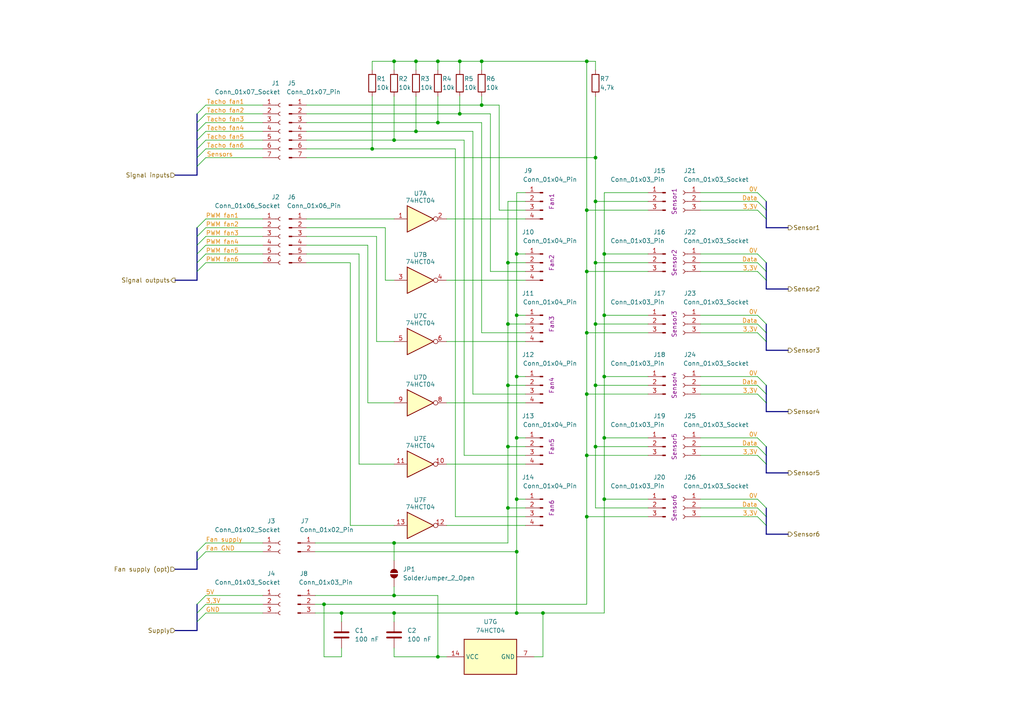
<source format=kicad_sch>
(kicad_sch (version 20231120) (generator "eeschema") (generator_version "8.0")
  (paper "A4")
  (lib_symbols
    (symbol "74xx:74HCT04"
      (property "Reference" "U" (at 0 1.27 0))
      (property "Value" "74HCT04" (at 0 -1.27 0))
      (symbol "74HCT04_1_0"
        (polyline (pts (xy -3.81 3.81) (xy -3.81 -3.81) (xy 3.81 0) (xy -3.81 3.81)) (stroke (width 0.254)) (fill (type background)))
        (pin input line (at -7.62 0 0) (length 3.81) (name "~") (number "1"))
        (pin output inverted (at 7.62 0 180) (length 3.81) (name "~") (number "2"))
      )
      (symbol "74HCT04_2_0"
        (polyline (pts (xy -3.81 3.81) (xy -3.81 -3.81) (xy 3.81 0) (xy -3.81 3.81)) (stroke (width 0.254)) (fill (type background)))
        (pin input line (at -7.62 0 0) (length 3.81) (name "~") (number "3"))
        (pin output inverted (at 7.62 0 180) (length 3.81) (name "~") (number "4"))
      )
      (symbol "74HCT04_3_0"
        (polyline (pts (xy -3.81 3.81) (xy -3.81 -3.81) (xy 3.81 0) (xy -3.81 3.81)) (stroke (width 0.254)) (fill (type background)))
        (pin input line (at -7.62 0 0) (length 3.81) (name "~") (number "5"))
        (pin output inverted (at 7.62 0 180) (length 3.81) (name "~") (number "6"))
      )
      (symbol "74HCT04_4_0"
        (polyline (pts (xy -3.81 3.81) (xy -3.81 -3.81) (xy 3.81 0) (xy -3.81 3.81)) (stroke (width 0.254)) (fill (type background)))
        (pin output inverted (at 7.62 0 180) (length 3.81) (name "~") (number "8"))
        (pin input line (at -7.62 0 0) (length 3.81) (name "~") (number "9"))
      )
      (symbol "74HCT04_5_0"
        (polyline (pts (xy -3.81 3.81) (xy -3.81 -3.81) (xy 3.81 0) (xy -3.81 3.81)) (stroke (width 0.254)) (fill (type background)))
        (pin output inverted (at 7.62 0 180) (length 3.81) (name "~") (number "10"))
        (pin input line (at -7.62 0 0) (length 3.81) (name "~") (number "11"))
      )
      (symbol "74HCT04_6_0"
        (polyline (pts (xy -3.81 3.81) (xy -3.81 -3.81) (xy 3.81 0) (xy -3.81 3.81)) (stroke (width 0.254)) (fill (type background)))
        (pin output inverted (at 7.62 0 180) (length 3.81) (name "~") (number "12"))
        (pin input line (at -7.62 0 0) (length 3.81) (name "~") (number "13"))
      )
      (symbol "74HCT04_7_0"
        (pin power_in line (at 0 12.7 270) (length 5.08) (name "VCC") (number "14"))
        (pin power_in line (at 0 -12.7 90) (length 5.08) (name "GND") (number "7"))
      )
      (symbol "74HCT04_7_1"
        (rectangle (start -5.08 7.62) (end 5.08 -7.62) (stroke (width 0.254)) (fill (type background)))
      )
    )
    (symbol "Connector:Conn_01x02_Pin" (pin_names (offset 1.016) hide)
      (property "Reference" "J" (at 0 2.54 0))
      (property "Value" "Conn_01x02_Pin" (at 0 -5.08 0))
      (symbol "Conn_01x02_Pin_1_1"
        (polyline (pts (xy 1.27 -2.54) (xy 0.8636 -2.54)) (stroke (width 0.1524)))
        (polyline (pts (xy 1.27 0) (xy 0.8636 0)) (stroke (width 0.1524)))
        (rectangle (start 0.8636 -2.413) (end 0 -2.667) (stroke (width 0.1524)) (fill (type outline)))
        (rectangle (start 0.8636 0.127) (end 0 -0.127) (stroke (width 0.1524)) (fill (type outline)))
        (pin passive line (at 5.08 0 180) (length 3.81) (name "Pin_1") (number "1"))
        (pin passive line (at 5.08 -2.54 180) (length 3.81) (name "Pin_2") (number "2"))
      )
    )
    (symbol "Connector:Conn_01x02_Socket" (pin_names (offset 1.016) hide)
      (property "Reference" "J" (at 0 2.54 0))
      (property "Value" "Conn_01x02_Socket" (at 0 -5.08 0))
      (symbol "Conn_01x02_Socket_1_1"
        (arc (start 0 -2.032) (mid -0.5058 -2.54) (end 0 -3.048) (stroke (width 0.1524)))
        (polyline (pts (xy -1.27 -2.54) (xy -0.508 -2.54)) (stroke (width 0.1524)))
        (polyline (pts (xy -1.27 0) (xy -0.508 0)) (stroke (width 0.1524)))
        (arc (start 0 0.508) (mid -0.5058 0) (end 0 -0.508) (stroke (width 0.1524)))
        (pin passive line (at -5.08 0 0) (length 3.81) (name "Pin_1") (number "1"))
        (pin passive line (at -5.08 -2.54 0) (length 3.81) (name "Pin_2") (number "2"))
      )
    )
    (symbol "Connector:Conn_01x03_Pin" (pin_names (offset 1.016) hide)
      (property "Reference" "J" (at 0 5.08 0))
      (property "Value" "Conn_01x03_Pin" (at 0 -5.08 0))
      (symbol "Conn_01x03_Pin_1_1"
        (polyline (pts (xy 1.27 -2.54) (xy 0.8636 -2.54)) (stroke (width 0.1524)))
        (polyline (pts (xy 1.27 0) (xy 0.8636 0)) (stroke (width 0.1524)))
        (polyline (pts (xy 1.27 2.54) (xy 0.8636 2.54)) (stroke (width 0.1524)))
        (rectangle (start 0.8636 -2.413) (end 0 -2.667) (stroke (width 0.1524)) (fill (type outline)))
        (rectangle (start 0.8636 0.127) (end 0 -0.127) (stroke (width 0.1524)) (fill (type outline)))
        (rectangle (start 0.8636 2.667) (end 0 2.413) (stroke (width 0.1524)) (fill (type outline)))
        (pin passive line (at 5.08 2.54 180) (length 3.81) (name "Pin_1") (number "1"))
        (pin passive line (at 5.08 0 180) (length 3.81) (name "Pin_2") (number "2"))
        (pin passive line (at 5.08 -2.54 180) (length 3.81) (name "Pin_3") (number "3"))
      )
    )
    (symbol "Connector:Conn_01x03_Socket" (pin_names (offset 1.016) hide)
      (property "Reference" "J" (at 0 5.08 0))
      (property "Value" "Conn_01x03_Socket" (at 0 -5.08 0))
      (symbol "Conn_01x03_Socket_1_1"
        (arc (start 0 -2.032) (mid -0.5058 -2.54) (end 0 -3.048) (stroke (width 0.1524)))
        (polyline (pts (xy -1.27 -2.54) (xy -0.508 -2.54)) (stroke (width 0.1524)))
        (polyline (pts (xy -1.27 0) (xy -0.508 0)) (stroke (width 0.1524)))
        (polyline (pts (xy -1.27 2.54) (xy -0.508 2.54)) (stroke (width 0.1524)))
        (arc (start 0 0.508) (mid -0.5058 0) (end 0 -0.508) (stroke (width 0.1524)))
        (arc (start 0 3.048) (mid -0.5058 2.54) (end 0 2.032) (stroke (width 0.1524)))
        (pin passive line (at -5.08 2.54 0) (length 3.81) (name "Pin_1") (number "1"))
        (pin passive line (at -5.08 0 0) (length 3.81) (name "Pin_2") (number "2"))
        (pin passive line (at -5.08 -2.54 0) (length 3.81) (name "Pin_3") (number "3"))
      )
    )
    (symbol "Connector:Conn_01x04_Pin" (pin_names (offset 1.016) hide)
      (property "Reference" "J" (at 0 5.08 0))
      (property "Value" "Conn_01x04_Pin" (at 0 -7.62 0))
      (symbol "Conn_01x04_Pin_1_1"
        (polyline (pts (xy 1.27 -5.08) (xy 0.8636 -5.08)) (stroke (width 0.1524)))
        (polyline (pts (xy 1.27 -2.54) (xy 0.8636 -2.54)) (stroke (width 0.1524)))
        (polyline (pts (xy 1.27 0) (xy 0.8636 0)) (stroke (width 0.1524)))
        (polyline (pts (xy 1.27 2.54) (xy 0.8636 2.54)) (stroke (width 0.1524)))
        (rectangle (start 0.8636 -4.953) (end 0 -5.207) (stroke (width 0.1524)) (fill (type outline)))
        (rectangle (start 0.8636 -2.413) (end 0 -2.667) (stroke (width 0.1524)) (fill (type outline)))
        (rectangle (start 0.8636 0.127) (end 0 -0.127) (stroke (width 0.1524)) (fill (type outline)))
        (rectangle (start 0.8636 2.667) (end 0 2.413) (stroke (width 0.1524)) (fill (type outline)))
        (pin passive line (at 5.08 2.54 180) (length 3.81) (name "Pin_1") (number "1"))
        (pin passive line (at 5.08 0 180) (length 3.81) (name "Pin_2") (number "2"))
        (pin passive line (at 5.08 -2.54 180) (length 3.81) (name "Pin_3") (number "3"))
        (pin passive line (at 5.08 -5.08 180) (length 3.81) (name "Pin_4") (number "4"))
      )
    )
    (symbol "Connector:Conn_01x06_Pin" (pin_names (offset 1.016) hide)
      (property "Reference" "J" (at 0 7.62 0))
      (property "Value" "Conn_01x06_Pin" (at 0 -10.16 0))
      (symbol "Conn_01x06_Pin_1_1"
        (polyline (pts (xy 1.27 -7.62) (xy 0.8636 -7.62)) (stroke (width 0.1524)))
        (polyline (pts (xy 1.27 -5.08) (xy 0.8636 -5.08)) (stroke (width 0.1524)))
        (polyline (pts (xy 1.27 -2.54) (xy 0.8636 -2.54)) (stroke (width 0.1524)))
        (polyline (pts (xy 1.27 0) (xy 0.8636 0)) (stroke (width 0.1524)))
        (polyline (pts (xy 1.27 2.54) (xy 0.8636 2.54)) (stroke (width 0.1524)))
        (polyline (pts (xy 1.27 5.08) (xy 0.8636 5.08)) (stroke (width 0.1524)))
        (rectangle (start 0.8636 -7.493) (end 0 -7.747) (stroke (width 0.1524)) (fill (type outline)))
        (rectangle (start 0.8636 -4.953) (end 0 -5.207) (stroke (width 0.1524)) (fill (type outline)))
        (rectangle (start 0.8636 -2.413) (end 0 -2.667) (stroke (width 0.1524)) (fill (type outline)))
        (rectangle (start 0.8636 0.127) (end 0 -0.127) (stroke (width 0.1524)) (fill (type outline)))
        (rectangle (start 0.8636 2.667) (end 0 2.413) (stroke (width 0.1524)) (fill (type outline)))
        (rectangle (start 0.8636 5.207) (end 0 4.953) (stroke (width 0.1524)) (fill (type outline)))
        (pin passive line (at 5.08 5.08 180) (length 3.81) (name "Pin_1") (number "1"))
        (pin passive line (at 5.08 2.54 180) (length 3.81) (name "Pin_2") (number "2"))
        (pin passive line (at 5.08 0 180) (length 3.81) (name "Pin_3") (number "3"))
        (pin passive line (at 5.08 -2.54 180) (length 3.81) (name "Pin_4") (number "4"))
        (pin passive line (at 5.08 -5.08 180) (length 3.81) (name "Pin_5") (number "5"))
        (pin passive line (at 5.08 -7.62 180) (length 3.81) (name "Pin_6") (number "6"))
      )
    )
    (symbol "Connector:Conn_01x06_Socket" (pin_names (offset 1.016) hide)
      (property "Reference" "J" (at 0 7.62 0))
      (property "Value" "Conn_01x06_Socket" (at 0 -10.16 0))
      (symbol "Conn_01x06_Socket_1_1"
        (arc (start 0 -7.112) (mid -0.5058 -7.62) (end 0 -8.128) (stroke (width 0.1524)))
        (arc (start 0 -4.572) (mid -0.5058 -5.08) (end 0 -5.588) (stroke (width 0.1524)))
        (arc (start 0 -2.032) (mid -0.5058 -2.54) (end 0 -3.048) (stroke (width 0.1524)))
        (polyline (pts (xy -1.27 -7.62) (xy -0.508 -7.62)) (stroke (width 0.1524)))
        (polyline (pts (xy -1.27 -5.08) (xy -0.508 -5.08)) (stroke (width 0.1524)))
        (polyline (pts (xy -1.27 -2.54) (xy -0.508 -2.54)) (stroke (width 0.1524)))
        (polyline (pts (xy -1.27 0) (xy -0.508 0)) (stroke (width 0.1524)))
        (polyline (pts (xy -1.27 2.54) (xy -0.508 2.54)) (stroke (width 0.1524)))
        (polyline (pts (xy -1.27 5.08) (xy -0.508 5.08)) (stroke (width 0.1524)))
        (arc (start 0 0.508) (mid -0.5058 0) (end 0 -0.508) (stroke (width 0.1524)))
        (arc (start 0 3.048) (mid -0.5058 2.54) (end 0 2.032) (stroke (width 0.1524)))
        (arc (start 0 5.588) (mid -0.5058 5.08) (end 0 4.572) (stroke (width 0.1524)))
        (pin passive line (at -5.08 5.08 0) (length 3.81) (name "Pin_1") (number "1"))
        (pin passive line (at -5.08 2.54 0) (length 3.81) (name "Pin_2") (number "2"))
        (pin passive line (at -5.08 0 0) (length 3.81) (name "Pin_3") (number "3"))
        (pin passive line (at -5.08 -2.54 0) (length 3.81) (name "Pin_4") (number "4"))
        (pin passive line (at -5.08 -5.08 0) (length 3.81) (name "Pin_5") (number "5"))
        (pin passive line (at -5.08 -7.62 0) (length 3.81) (name "Pin_6") (number "6"))
      )
    )
    (symbol "Connector:Conn_01x07_Pin" (pin_names (offset 1.016) hide)
      (property "Reference" "J" (at 0 10.16 0))
      (property "Value" "Conn_01x07_Pin" (at 0 -10.16 0))
      (symbol "Conn_01x07_Pin_1_1"
        (polyline (pts (xy 1.27 -7.62) (xy 0.8636 -7.62)) (stroke (width 0.1524)))
        (polyline (pts (xy 1.27 -5.08) (xy 0.8636 -5.08)) (stroke (width 0.1524)))
        (polyline (pts (xy 1.27 -2.54) (xy 0.8636 -2.54)) (stroke (width 0.1524)))
        (polyline (pts (xy 1.27 0) (xy 0.8636 0)) (stroke (width 0.1524)))
        (polyline (pts (xy 1.27 2.54) (xy 0.8636 2.54)) (stroke (width 0.1524)))
        (polyline (pts (xy 1.27 5.08) (xy 0.8636 5.08)) (stroke (width 0.1524)))
        (polyline (pts (xy 1.27 7.62) (xy 0.8636 7.62)) (stroke (width 0.1524)))
        (rectangle (start 0.8636 -7.493) (end 0 -7.747) (stroke (width 0.1524)) (fill (type outline)))
        (rectangle (start 0.8636 -4.953) (end 0 -5.207) (stroke (width 0.1524)) (fill (type outline)))
        (rectangle (start 0.8636 -2.413) (end 0 -2.667) (stroke (width 0.1524)) (fill (type outline)))
        (rectangle (start 0.8636 0.127) (end 0 -0.127) (stroke (width 0.1524)) (fill (type outline)))
        (rectangle (start 0.8636 2.667) (end 0 2.413) (stroke (width 0.1524)) (fill (type outline)))
        (rectangle (start 0.8636 5.207) (end 0 4.953) (stroke (width 0.1524)) (fill (type outline)))
        (rectangle (start 0.8636 7.747) (end 0 7.493) (stroke (width 0.1524)) (fill (type outline)))
        (pin passive line (at 5.08 7.62 180) (length 3.81) (name "Pin_1") (number "1"))
        (pin passive line (at 5.08 5.08 180) (length 3.81) (name "Pin_2") (number "2"))
        (pin passive line (at 5.08 2.54 180) (length 3.81) (name "Pin_3") (number "3"))
        (pin passive line (at 5.08 0 180) (length 3.81) (name "Pin_4") (number "4"))
        (pin passive line (at 5.08 -2.54 180) (length 3.81) (name "Pin_5") (number "5"))
        (pin passive line (at 5.08 -5.08 180) (length 3.81) (name "Pin_6") (number "6"))
        (pin passive line (at 5.08 -7.62 180) (length 3.81) (name "Pin_7") (number "7"))
      )
    )
    (symbol "Connector:Conn_01x07_Socket" (pin_names (offset 1.016) hide)
      (property "Reference" "J" (at 0 10.16 0))
      (property "Value" "Conn_01x07_Socket" (at 0 -10.16 0))
      (symbol "Conn_01x07_Socket_1_1"
        (arc (start 0 -7.112) (mid -0.5058 -7.62) (end 0 -8.128) (stroke (width 0.1524)))
        (arc (start 0 -4.572) (mid -0.5058 -5.08) (end 0 -5.588) (stroke (width 0.1524)))
        (arc (start 0 -2.032) (mid -0.5058 -2.54) (end 0 -3.048) (stroke (width 0.1524)))
        (polyline (pts (xy -1.27 -7.62) (xy -0.508 -7.62)) (stroke (width 0.1524)))
        (polyline (pts (xy -1.27 -5.08) (xy -0.508 -5.08)) (stroke (width 0.1524)))
        (polyline (pts (xy -1.27 -2.54) (xy -0.508 -2.54)) (stroke (width 0.1524)))
        (polyline (pts (xy -1.27 0) (xy -0.508 0)) (stroke (width 0.1524)))
        (polyline (pts (xy -1.27 2.54) (xy -0.508 2.54)) (stroke (width 0.1524)))
        (polyline (pts (xy -1.27 5.08) (xy -0.508 5.08)) (stroke (width 0.1524)))
        (polyline (pts (xy -1.27 7.62) (xy -0.508 7.62)) (stroke (width 0.1524)))
        (arc (start 0 0.508) (mid -0.5058 0) (end 0 -0.508) (stroke (width 0.1524)))
        (arc (start 0 3.048) (mid -0.5058 2.54) (end 0 2.032) (stroke (width 0.1524)))
        (arc (start 0 5.588) (mid -0.5058 5.08) (end 0 4.572) (stroke (width 0.1524)))
        (arc (start 0 8.128) (mid -0.5058 7.62) (end 0 7.112) (stroke (width 0.1524)))
        (pin passive line (at -5.08 7.62 0) (length 3.81) (name "Pin_1") (number "1"))
        (pin passive line (at -5.08 5.08 0) (length 3.81) (name "Pin_2") (number "2"))
        (pin passive line (at -5.08 2.54 0) (length 3.81) (name "Pin_3") (number "3"))
        (pin passive line (at -5.08 0 0) (length 3.81) (name "Pin_4") (number "4"))
        (pin passive line (at -5.08 -2.54 0) (length 3.81) (name "Pin_5") (number "5"))
        (pin passive line (at -5.08 -5.08 0) (length 3.81) (name "Pin_6") (number "6"))
        (pin passive line (at -5.08 -7.62 0) (length 3.81) (name "Pin_7") (number "7"))
      )
    )
    (symbol "Device:C" (pin_numbers hide) (pin_names (offset 0.254))
      (property "Reference" "C" (at 0.635 2.54 0))
      (property "Value" "C" (at 0.635 -2.54 0))
      (symbol "C_0_1"
        (polyline (pts (xy -2.032 -0.762) (xy 2.032 -0.762)) (stroke (width 0.508)))
        (polyline (pts (xy -2.032 0.762) (xy 2.032 0.762)) (stroke (width 0.508)))
      )
      (symbol "C_1_1"
        (pin passive line (at 0 3.81 270) (length 2.794) (name "~") (number "1"))
        (pin passive line (at 0 -3.81 90) (length 2.794) (name "~") (number "2"))
      )
    )
    (symbol "Device:R" (pin_numbers hide) (pin_names (offset 0))
      (property "Reference" "R" (at 2.032 0 90))
      (property "Value" "R" (at 0 0 90))
      (symbol "R_0_1"
        (rectangle (start -1.016 -2.54) (end 1.016 2.54) (stroke (width 0.254)))
      )
      (symbol "R_1_1"
        (pin passive line (at 0 3.81 270) (length 1.27) (name "~") (number "1"))
        (pin passive line (at 0 -3.81 90) (length 1.27) (name "~") (number "2"))
      )
    )
    (symbol "Jumper:SolderJumper_2_Open" (pin_numbers hide) (pin_names (offset 0) hide) (exclude_from_sim yes) (in_bom no)
      (property "Reference" "JP" (at 0 2.032 0))
      (property "Value" "SolderJumper_2_Open" (at 0 -2.54 0))
      (symbol "SolderJumper_2_Open_0_1"
        (arc (start -0.254 1.016) (mid -1.2656 0) (end -0.254 -1.016))
        (arc (start -0.254 1.016) (mid -1.2656 0) (end -0.254 -1.016) (fill (type outline)))
        (polyline (pts (xy -0.254 1.016) (xy -0.254 -1.016)))
        (polyline (pts (xy 0.254 1.016) (xy 0.254 -1.016)))
        (arc (start 0.254 -1.016) (mid 1.2656 0) (end 0.254 1.016))
        (arc (start 0.254 -1.016) (mid 1.2656 0) (end 0.254 1.016) (fill (type outline)))
      )
      (symbol "SolderJumper_2_Open_1_1"
        (pin passive line (at -3.81 0 0) (length 2.54) (name "A") (number "1"))
        (pin passive line (at 3.81 0 180) (length 2.54) (name "B") (number "2"))
      )
    )
  )
  (junction (at 170.18 17.78))
  (junction (at 149.86 109.22))
  (junction (at 133.35 17.78))
  (junction (at 93.98 175.26))
  (junction (at 127 190.5))
  (junction (at 175.26 73.66))
  (junction (at 114.3 172.72))
  (junction (at 157.48 177.8))
  (junction (at 127 17.78))
  (junction (at 170.18 132.08))
  (junction (at 147.32 129.54))
  (junction (at 170.18 60.96))
  (junction (at 139.7 30.48))
  (junction (at 114.3 17.78))
  (junction (at 170.18 96.52))
  (junction (at 133.35 33.02))
  (junction (at 147.32 111.76))
  (junction (at 99.06 177.8))
  (junction (at 149.86 160.02))
  (junction (at 147.32 76.2))
  (junction (at 149.86 91.44))
  (junction (at 149.86 73.66))
  (junction (at 175.26 144.78))
  (junction (at 172.72 93.98))
  (junction (at 175.26 109.22))
  (junction (at 120.65 38.1))
  (junction (at 172.72 111.76))
  (junction (at 139.7 17.78))
  (junction (at 149.86 127))
  (junction (at 114.3 177.8))
  (junction (at 149.86 144.78))
  (junction (at 107.95 43.18))
  (junction (at 175.26 127))
  (junction (at 170.18 78.74))
  (junction (at 172.72 129.54))
  (junction (at 172.72 45.72))
  (junction (at 175.26 91.44))
  (junction (at 147.32 93.98))
  (junction (at 127 35.56))
  (junction (at 114.3 40.64))
  (junction (at 120.65 17.78))
  (junction (at 170.18 149.86))
  (junction (at 172.72 58.42))
  (junction (at 170.18 114.3))
  (junction (at 114.3 157.48))
  (junction (at 149.86 177.8))
  (junction (at 147.32 147.32))
  (junction (at 172.72 76.2))
  (bus_entry (at 222.25 147.32) (size -2.54 -2.54))
  (bus_entry (at 222.25 116.84) (size -2.54 -2.54))
  (bus_entry (at 57.15 40.64) (size 2.54 -2.54))
  (bus_entry (at 222.25 78.74) (size -2.54 -2.54))
  (bus_entry (at 222.25 129.54) (size -2.54 -2.54))
  (bus_entry (at 57.15 78.74) (size 2.54 -2.54))
  (bus_entry (at 222.25 60.96) (size -2.54 -2.54))
  (bus_entry (at 57.15 160.02) (size 2.54 -2.54))
  (bus_entry (at 222.25 63.5) (size -2.54 -2.54))
  (bus_entry (at 222.25 111.76) (size -2.54 -2.54))
  (bus_entry (at 222.25 152.4) (size -2.54 -2.54))
  (bus_entry (at 57.15 43.18) (size 2.54 -2.54))
  (bus_entry (at 57.15 68.58) (size 2.54 -2.54))
  (bus_entry (at 57.15 33.02) (size 2.54 -2.54))
  (bus_entry (at 222.25 149.86) (size -2.54 -2.54))
  (bus_entry (at 57.15 48.26) (size 2.54 -2.54))
  (bus_entry (at 222.25 132.08) (size -2.54 -2.54))
  (bus_entry (at 57.15 66.04) (size 2.54 -2.54))
  (bus_entry (at 57.15 177.8) (size 2.54 -2.54))
  (bus_entry (at 222.25 58.42) (size -2.54 -2.54))
  (bus_entry (at 57.15 180.34) (size 2.54 -2.54))
  (bus_entry (at 57.15 71.12) (size 2.54 -2.54))
  (bus_entry (at 222.25 81.28) (size -2.54 -2.54))
  (bus_entry (at 222.25 76.2) (size -2.54 -2.54))
  (bus_entry (at 57.15 35.56) (size 2.54 -2.54))
  (bus_entry (at 222.25 114.3) (size -2.54 -2.54))
  (bus_entry (at 222.25 93.98) (size -2.54 -2.54))
  (bus_entry (at 57.15 45.72) (size 2.54 -2.54))
  (bus_entry (at 57.15 76.2) (size 2.54 -2.54))
  (bus_entry (at 57.15 73.66) (size 2.54 -2.54))
  (bus_entry (at 222.25 99.06) (size -2.54 -2.54))
  (bus_entry (at 57.15 38.1) (size 2.54 -2.54))
  (bus_entry (at 57.15 162.56) (size 2.54 -2.54))
  (bus_entry (at 222.25 134.62) (size -2.54 -2.54))
  (bus_entry (at 57.15 175.26) (size 2.54 -2.54))
  (bus_entry (at 222.25 96.52) (size -2.54 -2.54))
  (bus (pts (xy 57.15 38.1) (xy 57.15 40.64)))
  (wire (pts (xy 88.9 68.58) (xy 109.22 68.58)))
  (wire (pts (xy 219.71 127) (xy 203.2 127)))
  (wire (pts (xy 157.48 177.8) (xy 175.26 177.8)))
  (wire (pts (xy 93.98 175.26) (xy 170.18 175.26)))
  (wire (pts (xy 219.71 60.96) (xy 203.2 60.96)))
  (wire (pts (xy 172.72 111.76) (xy 172.72 129.54)))
  (wire (pts (xy 154.94 190.5) (xy 157.48 190.5)))
  (wire (pts (xy 129.54 99.06) (xy 152.4 99.06)))
  (bus (pts (xy 222.25 63.5) (xy 222.25 66.04)))
  (bus (pts (xy 228.6 154.94) (xy 222.25 154.94)))
  (wire (pts (xy 147.32 111.76) (xy 147.32 93.98)))
  (wire (pts (xy 129.54 152.4) (xy 152.4 152.4)))
  (bus (pts (xy 222.25 116.84) (xy 222.25 119.38)))
  (wire (pts (xy 59.69 177.8) (xy 76.2 177.8)))
  (wire (pts (xy 172.72 76.2) (xy 172.72 93.98)))
  (bus (pts (xy 57.15 68.58) (xy 57.15 71.12)))
  (wire (pts (xy 59.69 71.12) (xy 76.2 71.12)))
  (wire (pts (xy 139.7 17.78) (xy 139.7 20.32)))
  (wire (pts (xy 127 35.56) (xy 88.9 35.56)))
  (bus (pts (xy 222.25 129.54) (xy 222.25 132.08)))
  (bus (pts (xy 222.25 60.96) (xy 222.25 63.5)))
  (wire (pts (xy 219.71 109.22) (xy 203.2 109.22)))
  (wire (pts (xy 59.69 63.5) (xy 76.2 63.5)))
  (wire (pts (xy 107.95 27.94) (xy 107.95 43.18)))
  (wire (pts (xy 59.69 35.56) (xy 76.2 35.56)))
  (wire (pts (xy 149.86 55.88) (xy 152.4 55.88)))
  (bus (pts (xy 222.25 147.32) (xy 222.25 149.86)))
  (wire (pts (xy 114.3 152.4) (xy 101.6 152.4)))
  (wire (pts (xy 120.65 27.94) (xy 120.65 38.1)))
  (bus (pts (xy 222.25 132.08) (xy 222.25 134.62)))
  (wire (pts (xy 59.69 160.02) (xy 76.2 160.02)))
  (wire (pts (xy 175.26 73.66) (xy 175.26 55.88)))
  (wire (pts (xy 114.3 172.72) (xy 91.44 172.72)))
  (wire (pts (xy 127 190.5) (xy 129.54 190.5)))
  (bus (pts (xy 57.15 43.18) (xy 57.15 45.72)))
  (wire (pts (xy 219.71 93.98) (xy 203.2 93.98)))
  (wire (pts (xy 170.18 132.08) (xy 170.18 114.3)))
  (bus (pts (xy 57.15 162.56) (xy 57.15 165.1)))
  (wire (pts (xy 59.69 66.04) (xy 76.2 66.04)))
  (wire (pts (xy 59.69 33.02) (xy 76.2 33.02)))
  (bus (pts (xy 57.15 35.56) (xy 57.15 38.1)))
  (wire (pts (xy 170.18 96.52) (xy 187.96 96.52)))
  (wire (pts (xy 127 27.94) (xy 127 35.56)))
  (wire (pts (xy 127 190.5) (xy 127 172.72)))
  (wire (pts (xy 99.06 177.8) (xy 114.3 177.8)))
  (bus (pts (xy 222.25 76.2) (xy 222.25 78.74)))
  (wire (pts (xy 149.86 127) (xy 149.86 109.22)))
  (wire (pts (xy 88.9 73.66) (xy 104.14 73.66)))
  (wire (pts (xy 219.71 96.52) (xy 203.2 96.52)))
  (wire (pts (xy 127 172.72) (xy 114.3 172.72)))
  (wire (pts (xy 101.6 76.2) (xy 88.9 76.2)))
  (wire (pts (xy 147.32 111.76) (xy 152.4 111.76)))
  (wire (pts (xy 170.18 96.52) (xy 170.18 78.74)))
  (wire (pts (xy 170.18 78.74) (xy 187.96 78.74)))
  (wire (pts (xy 170.18 175.26) (xy 170.18 149.86)))
  (bus (pts (xy 57.15 177.8) (xy 57.15 180.34)))
  (wire (pts (xy 127 17.78) (xy 127 20.32)))
  (wire (pts (xy 107.95 17.78) (xy 114.3 17.78)))
  (wire (pts (xy 187.96 149.86) (xy 170.18 149.86)))
  (wire (pts (xy 59.69 38.1) (xy 76.2 38.1)))
  (wire (pts (xy 134.62 132.08) (xy 134.62 40.64)))
  (bus (pts (xy 50.8 50.8) (xy 57.15 50.8)))
  (wire (pts (xy 114.3 40.64) (xy 134.62 40.64)))
  (wire (pts (xy 147.32 147.32) (xy 147.32 129.54)))
  (bus (pts (xy 57.15 76.2) (xy 57.15 78.74)))
  (wire (pts (xy 172.72 58.42) (xy 172.72 45.72)))
  (wire (pts (xy 101.6 152.4) (xy 101.6 76.2)))
  (wire (pts (xy 175.26 127) (xy 175.26 109.22)))
  (wire (pts (xy 152.4 60.96) (xy 144.78 60.96)))
  (wire (pts (xy 132.08 149.86) (xy 152.4 149.86)))
  (wire (pts (xy 187.96 93.98) (xy 172.72 93.98)))
  (wire (pts (xy 175.26 109.22) (xy 187.96 109.22)))
  (bus (pts (xy 50.8 182.88) (xy 57.15 182.88)))
  (wire (pts (xy 152.4 147.32) (xy 147.32 147.32)))
  (wire (pts (xy 91.44 160.02) (xy 149.86 160.02)))
  (wire (pts (xy 175.26 144.78) (xy 175.26 127)))
  (wire (pts (xy 147.32 58.42) (xy 152.4 58.42)))
  (bus (pts (xy 222.25 93.98) (xy 222.25 96.52)))
  (wire (pts (xy 172.72 147.32) (xy 187.96 147.32)))
  (wire (pts (xy 114.3 190.5) (xy 127 190.5)))
  (wire (pts (xy 114.3 17.78) (xy 120.65 17.78)))
  (wire (pts (xy 114.3 187.96) (xy 114.3 190.5)))
  (bus (pts (xy 57.15 33.02) (xy 57.15 35.56)))
  (wire (pts (xy 142.24 33.02) (xy 142.24 78.74)))
  (bus (pts (xy 57.15 66.04) (xy 57.15 68.58)))
  (wire (pts (xy 109.22 68.58) (xy 109.22 99.06)))
  (wire (pts (xy 88.9 45.72) (xy 172.72 45.72)))
  (wire (pts (xy 137.16 114.3) (xy 152.4 114.3)))
  (wire (pts (xy 142.24 78.74) (xy 152.4 78.74)))
  (wire (pts (xy 91.44 175.26) (xy 93.98 175.26)))
  (wire (pts (xy 114.3 157.48) (xy 147.32 157.48)))
  (wire (pts (xy 139.7 96.52) (xy 139.7 35.56)))
  (wire (pts (xy 172.72 58.42) (xy 172.72 76.2)))
  (wire (pts (xy 111.76 66.04) (xy 111.76 81.28)))
  (wire (pts (xy 152.4 144.78) (xy 149.86 144.78)))
  (wire (pts (xy 175.26 55.88) (xy 187.96 55.88)))
  (wire (pts (xy 170.18 78.74) (xy 170.18 60.96)))
  (wire (pts (xy 59.69 43.18) (xy 76.2 43.18)))
  (wire (pts (xy 114.3 170.18) (xy 114.3 172.72)))
  (wire (pts (xy 107.95 20.32) (xy 107.95 17.78)))
  (bus (pts (xy 222.25 99.06) (xy 222.25 101.6)))
  (wire (pts (xy 147.32 93.98) (xy 152.4 93.98)))
  (wire (pts (xy 139.7 30.48) (xy 144.78 30.48)))
  (bus (pts (xy 57.15 180.34) (xy 57.15 182.88)))
  (wire (pts (xy 170.18 132.08) (xy 187.96 132.08)))
  (wire (pts (xy 59.69 157.48) (xy 76.2 157.48)))
  (wire (pts (xy 149.86 127) (xy 152.4 127)))
  (wire (pts (xy 144.78 60.96) (xy 144.78 30.48)))
  (wire (pts (xy 120.65 17.78) (xy 120.65 20.32)))
  (wire (pts (xy 129.54 134.62) (xy 152.4 134.62)))
  (wire (pts (xy 114.3 177.8) (xy 149.86 177.8)))
  (wire (pts (xy 175.26 177.8) (xy 175.26 144.78)))
  (wire (pts (xy 219.71 111.76) (xy 203.2 111.76)))
  (wire (pts (xy 139.7 30.48) (xy 88.9 30.48)))
  (wire (pts (xy 59.69 172.72) (xy 76.2 172.72)))
  (wire (pts (xy 147.32 157.48) (xy 147.32 147.32)))
  (wire (pts (xy 129.54 116.84) (xy 152.4 116.84)))
  (wire (pts (xy 59.69 175.26) (xy 76.2 175.26)))
  (bus (pts (xy 50.8 81.28) (xy 57.15 81.28)))
  (wire (pts (xy 114.3 157.48) (xy 114.3 162.56)))
  (wire (pts (xy 219.71 129.54) (xy 203.2 129.54)))
  (wire (pts (xy 111.76 81.28) (xy 114.3 81.28)))
  (bus (pts (xy 222.25 114.3) (xy 222.25 116.84)))
  (wire (pts (xy 132.08 43.18) (xy 132.08 149.86)))
  (wire (pts (xy 219.71 55.88) (xy 203.2 55.88)))
  (wire (pts (xy 129.54 63.5) (xy 152.4 63.5)))
  (wire (pts (xy 175.26 127) (xy 187.96 127)))
  (wire (pts (xy 107.95 43.18) (xy 132.08 43.18)))
  (wire (pts (xy 152.4 96.52) (xy 139.7 96.52)))
  (wire (pts (xy 149.86 91.44) (xy 152.4 91.44)))
  (wire (pts (xy 172.72 17.78) (xy 170.18 17.78)))
  (bus (pts (xy 228.6 66.04) (xy 222.25 66.04)))
  (wire (pts (xy 147.32 129.54) (xy 152.4 129.54)))
  (wire (pts (xy 219.71 147.32) (xy 203.2 147.32)))
  (wire (pts (xy 91.44 157.48) (xy 114.3 157.48)))
  (wire (pts (xy 149.86 160.02) (xy 149.86 144.78)))
  (bus (pts (xy 57.15 73.66) (xy 57.15 76.2)))
  (wire (pts (xy 129.54 81.28) (xy 152.4 81.28)))
  (wire (pts (xy 149.86 109.22) (xy 149.86 91.44)))
  (wire (pts (xy 109.22 99.06) (xy 114.3 99.06)))
  (bus (pts (xy 57.15 160.02) (xy 57.15 162.56)))
  (wire (pts (xy 88.9 63.5) (xy 114.3 63.5)))
  (wire (pts (xy 114.3 17.78) (xy 114.3 20.32)))
  (wire (pts (xy 175.26 73.66) (xy 187.96 73.66)))
  (bus (pts (xy 57.15 48.26) (xy 57.15 50.8)))
  (wire (pts (xy 219.71 132.08) (xy 203.2 132.08)))
  (wire (pts (xy 187.96 76.2) (xy 172.72 76.2)))
  (wire (pts (xy 147.32 76.2) (xy 152.4 76.2)))
  (bus (pts (xy 57.15 45.72) (xy 57.15 48.26)))
  (wire (pts (xy 187.96 129.54) (xy 172.72 129.54)))
  (wire (pts (xy 127 17.78) (xy 133.35 17.78)))
  (wire (pts (xy 172.72 93.98) (xy 172.72 111.76)))
  (wire (pts (xy 170.18 149.86) (xy 170.18 132.08)))
  (wire (pts (xy 114.3 27.94) (xy 114.3 40.64)))
  (wire (pts (xy 175.26 109.22) (xy 175.26 91.44)))
  (wire (pts (xy 170.18 60.96) (xy 170.18 17.78)))
  (wire (pts (xy 172.72 20.32) (xy 172.72 17.78)))
  (wire (pts (xy 219.71 149.86) (xy 203.2 149.86)))
  (wire (pts (xy 104.14 134.62) (xy 114.3 134.62)))
  (bus (pts (xy 57.15 40.64) (xy 57.15 43.18)))
  (wire (pts (xy 59.69 40.64) (xy 76.2 40.64)))
  (wire (pts (xy 59.69 73.66) (xy 76.2 73.66)))
  (bus (pts (xy 228.6 83.82) (xy 222.25 83.82)))
  (bus (pts (xy 222.25 149.86) (xy 222.25 152.4)))
  (bus (pts (xy 57.15 71.12) (xy 57.15 73.66)))
  (bus (pts (xy 222.25 78.74) (xy 222.25 81.28)))
  (bus (pts (xy 222.25 81.28) (xy 222.25 83.82)))
  (wire (pts (xy 114.3 40.64) (xy 88.9 40.64)))
  (bus (pts (xy 228.6 101.6) (xy 222.25 101.6)))
  (bus (pts (xy 57.15 175.26) (xy 57.15 177.8)))
  (wire (pts (xy 149.86 160.02) (xy 149.86 177.8)))
  (wire (pts (xy 99.06 190.5) (xy 93.98 190.5)))
  (bus (pts (xy 228.6 119.38) (xy 222.25 119.38)))
  (wire (pts (xy 219.71 91.44) (xy 203.2 91.44)))
  (wire (pts (xy 99.06 187.96) (xy 99.06 190.5)))
  (wire (pts (xy 149.86 73.66) (xy 149.86 55.88)))
  (wire (pts (xy 149.86 177.8) (xy 157.48 177.8)))
  (wire (pts (xy 187.96 111.76) (xy 172.72 111.76)))
  (bus (pts (xy 222.25 111.76) (xy 222.25 114.3)))
  (bus (pts (xy 228.6 137.16) (xy 222.25 137.16)))
  (bus (pts (xy 222.25 152.4) (xy 222.25 154.94)))
  (wire (pts (xy 120.65 17.78) (xy 127 17.78)))
  (wire (pts (xy 219.71 58.42) (xy 203.2 58.42)))
  (wire (pts (xy 133.35 17.78) (xy 139.7 17.78)))
  (wire (pts (xy 149.86 144.78) (xy 149.86 127)))
  (wire (pts (xy 219.71 78.74) (xy 203.2 78.74)))
  (wire (pts (xy 114.3 116.84) (xy 106.68 116.84)))
  (wire (pts (xy 106.68 116.84) (xy 106.68 71.12)))
  (wire (pts (xy 170.18 114.3) (xy 187.96 114.3)))
  (wire (pts (xy 127 35.56) (xy 139.7 35.56)))
  (wire (pts (xy 147.32 93.98) (xy 147.32 76.2)))
  (wire (pts (xy 147.32 76.2) (xy 147.32 58.42)))
  (wire (pts (xy 88.9 38.1) (xy 120.65 38.1)))
  (bus (pts (xy 222.25 96.52) (xy 222.25 99.06)))
  (bus (pts (xy 57.15 78.74) (xy 57.15 81.28)))
  (wire (pts (xy 187.96 144.78) (xy 175.26 144.78)))
  (wire (pts (xy 59.69 45.72) (xy 76.2 45.72)))
  (wire (pts (xy 219.71 76.2) (xy 203.2 76.2)))
  (wire (pts (xy 219.71 144.78) (xy 203.2 144.78)))
  (wire (pts (xy 149.86 91.44) (xy 149.86 73.66)))
  (wire (pts (xy 219.71 73.66) (xy 203.2 73.66)))
  (wire (pts (xy 219.71 114.3) (xy 203.2 114.3)))
  (wire (pts (xy 147.32 129.54) (xy 147.32 111.76)))
  (wire (pts (xy 59.69 30.48) (xy 76.2 30.48)))
  (wire (pts (xy 91.44 177.8) (xy 99.06 177.8)))
  (wire (pts (xy 149.86 73.66) (xy 152.4 73.66)))
  (wire (pts (xy 137.16 38.1) (xy 137.16 114.3)))
  (wire (pts (xy 133.35 27.94) (xy 133.35 33.02)))
  (wire (pts (xy 133.35 33.02) (xy 142.24 33.02)))
  (wire (pts (xy 152.4 132.08) (xy 134.62 132.08)))
  (bus (pts (xy 222.25 58.42) (xy 222.25 60.96)))
  (wire (pts (xy 170.18 17.78) (xy 139.7 17.78)))
  (bus (pts (xy 222.25 134.62) (xy 222.25 137.16)))
  (bus (pts (xy 50.8 165.1) (xy 57.15 165.1)))
  (wire (pts (xy 120.65 38.1) (xy 137.16 38.1)))
  (wire (pts (xy 93.98 175.26) (xy 93.98 190.5)))
  (wire (pts (xy 133.35 17.78) (xy 133.35 20.32)))
  (wire (pts (xy 104.14 73.66) (xy 104.14 134.62)))
  (wire (pts (xy 88.9 66.04) (xy 111.76 66.04)))
  (wire (pts (xy 88.9 43.18) (xy 107.95 43.18)))
  (wire (pts (xy 59.69 68.58) (xy 76.2 68.58)))
  (wire (pts (xy 106.68 71.12) (xy 88.9 71.12)))
  (wire (pts (xy 170.18 114.3) (xy 170.18 96.52)))
  (wire (pts (xy 149.86 109.22) (xy 152.4 109.22)))
  (wire (pts (xy 157.48 177.8) (xy 157.48 190.5)))
  (wire (pts (xy 88.9 33.02) (xy 133.35 33.02)))
  (wire (pts (xy 172.72 27.94) (xy 172.72 45.72)))
  (wire (pts (xy 187.96 58.42) (xy 172.72 58.42)))
  (wire (pts (xy 59.69 76.2) (xy 76.2 76.2)))
  (wire (pts (xy 172.72 129.54) (xy 172.72 147.32)))
  (wire (pts (xy 99.06 177.8) (xy 99.06 180.34)))
  (wire (pts (xy 139.7 27.94) (xy 139.7 30.48)))
  (wire (pts (xy 170.18 60.96) (xy 187.96 60.96)))
  (wire (pts (xy 175.26 91.44) (xy 175.26 73.66)))
  (wire (pts (xy 114.3 177.8) (xy 114.3 180.34)))
  (wire (pts (xy 175.26 91.44) (xy 187.96 91.44)))
  (text "Fan GND" (at 59.69 159.258 0) (effects (font (size 1.27 1.27)) (justify left)))
  (text "0V" (at 219.71 108.458 0) (effects (font (size 1.27 1.27)) (justify right)))
  (text "PWM fan4" (at 59.69 70.358 0) (effects (font (size 1.27 1.27)) (justify left)))
  (text "0V" (at 219.71 126.238 0) (effects (font (size 1.27 1.27)) (justify right)))
  (text "0V" (at 219.71 90.678 0) (effects (font (size 1.27 1.27)) (justify right)))
  (text "GND" (at 59.69 177.038 0) (effects (font (size 1.27 1.27)) (justify left)))
  (text "PWM fan2" (at 59.69 65.278 0) (effects (font (size 1.27 1.27)) (justify left)))
  (text "Data" (at 219.71 75.438 0) (effects (font (size 1.27 1.27)) (justify right)))
  (text "Tacho fan3" (at 59.944 34.798 0) (effects (font (size 1.27 1.27)) (justify left)))
  (text "3,3V" (at 219.71 149.098 0) (effects (font (size 1.27 1.27)) (justify right)))
  (text "Data" (at 219.71 93.218 0) (effects (font (size 1.27 1.27)) (justify right)))
  (text "Sensors" (at 59.944 44.958 0) (effects (font (size 1.27 1.27)) (justify left)))
  (text "3,3V" (at 219.71 131.318 0) (effects (font (size 1.27 1.27)) (justify right)))
  (text "Data" (at 219.71 110.998 0) (effects (font (size 1.27 1.27)) (justify right)))
  (text "3,3V" (at 59.69 174.498 0) (effects (font (size 1.27 1.27)) (justify left)))
  (text "3,3V" (at 219.71 113.538 0) (effects (font (size 1.27 1.27)) (justify right)))
  (text "5V" (at 59.69 171.958 0) (effects (font (size 1.27 1.27)) (justify left)))
  (text "0V" (at 219.71 72.898 0) (effects (font (size 1.27 1.27)) (justify right)))
  (text "PWM fan5" (at 59.69 72.898 0) (effects (font (size 1.27 1.27)) (justify left)))
  (text "Data" (at 219.71 128.778 0) (effects (font (size 1.27 1.27)) (justify right)))
  (text "3,3V" (at 219.71 95.758 0) (effects (font (size 1.27 1.27)) (justify right)))
  (text "Tacho fan6" (at 59.944 42.418 0) (effects (font (size 1.27 1.27)) (justify left)))
  (text "Data" (at 219.71 146.558 0) (effects (font (size 1.27 1.27)) (justify right)))
  (text "0V" (at 219.71 55.118 0) (effects (font (size 1.27 1.27)) (justify right)))
  (text "0V" (at 219.71 144.018 0) (effects (font (size 1.27 1.27)) (justify right)))
  (text "Tacho fan4" (at 59.944 37.338 0) (effects (font (size 1.27 1.27)) (justify left)))
  (text "PWM fan6" (at 59.69 75.438 0) (effects (font (size 1.27 1.27)) (justify left)))
  (text "PWM fan1" (at 59.69 62.738 0) (effects (font (size 1.27 1.27)) (justify left)))
  (text "PWM fan3" (at 59.69 67.818 0) (effects (font (size 1.27 1.27)) (justify left)))
  (text "Tacho fan5" (at 59.944 39.878 0) (effects (font (size 1.27 1.27)) (justify left)))
  (text "Tacho fan2" (at 59.944 32.258 0) (effects (font (size 1.27 1.27)) (justify left)))
  (text "3,3V" (at 219.71 60.198 0) (effects (font (size 1.27 1.27)) (justify right)))
  (text "3,3V" (at 219.71 77.978 0) (effects (font (size 1.27 1.27)) (justify right)))
  (text "Tacho fan1" (at 59.944 29.718 0) (effects (font (size 1.27 1.27)) (justify left)))
  (text "Data" (at 219.71 57.658 0) (effects (font (size 1.27 1.27)) (justify right)))
  (text "Fan supply" (at 59.69 156.718 0) (effects (font (size 1.27 1.27)) (justify left)))
  (hierarchical_label "Sensor4" (shape output) (at 228.6 119.38 0))
  (hierarchical_label "Sensor3" (shape output) (at 228.6 101.6 0))
  (hierarchical_label "Signal inputs" (shape input) (at 50.8 50.8 180))
  (hierarchical_label "Sensor1" (shape output) (at 228.6 66.04 0))
  (hierarchical_label "Sensor5" (shape output) (at 228.6 137.16 0))
  (hierarchical_label "Sensor6" (shape output) (at 228.6 154.94 0))
  (hierarchical_label "Supply" (shape input) (at 50.8 182.88 180))
  (hierarchical_label "Sensor2" (shape output) (at 228.6 83.82 0))
  (hierarchical_label "Signal outputs" (shape output) (at 50.8 81.28 180))
  (hierarchical_label "Fan supply (opt)" (shape input) (at 50.8 165.1 180))
  (symbol (lib_id "74xx:74HCT04") (at 121.92 152.4 0) (unit 6)
    (property "Reference" "U7" (at 121.92 145.01 0))
    (property "Value" "74HCT04" (at 121.92 147.058 0))
    (property "Footprint" "Package_SO:TSSOP-14_4.4x5mm_P0.65mm" (effects (hide yes)))
    (property "Datasheet" "https://assets.nexperia.com/documents/data-sheet/74HC_HCT04.pdf" (effects (hide yes)))
  )
  (symbol (lib_id "Connector:Conn_01x07_Socket") (at 81.28 38.1 0) (unit 1)
    (property "Reference" "J1" (at 78.74 24.13 0) (effects (justify left)))
    (property "Value" "Conn_01x07_Socket" (at 62.23 26.67 0) (effects (justify left)))
    (property "Description" "Generic connector, single row, 01x07, script generated" (effects (hide yes)))
  )
  (symbol (lib_id "Connector:Conn_01x03_Pin") (at 193.04 58.42 0) (mirror y) (unit 1)
    (property "Reference" "J15" (at 191.262 49.53 0))
    (property "Value" "Conn_01x03_Pin" (at 184.912 52.07 0))
    (property "Footprint" "Connector_JST:JST_PH_B3B-PH-K_1x03_P2.00mm_Vertical" (effects (hide yes)))
    (property "Description" "Generic connector, single row, 01x03, script generated" (effects (hide yes)))
    (property "Usage " "Sensor1" (at 195.58 58.42 90))
  )
  (symbol (lib_id "Device:R") (at 114.3 24.13 0) (unit 1)
    (property "Reference" "R2" (at 115.57 22.86 0) (effects (justify left)))
    (property "Value" "10k" (at 115.57 25.4 0) (effects (justify left)))
    (property "Description" "Resistor" (effects (hide yes)))
  )
  (symbol (lib_id "Connector:Conn_01x03_Socket") (at 81.28 175.26 0) (unit 1)
    (property "Reference" "J4" (at 77.47 166.37 0) (effects (justify left)))
    (property "Value" "Conn_01x03_Socket" (at 62.23 168.91 0) (effects (justify left)))
    (property "Description" "Generic connector, single row, 01x03, script generated" (effects (hide yes)))
  )
  (symbol (lib_id "74xx:74HCT04") (at 142.24 190.5 90) (unit 7)
    (property "Reference" "U7" (at 142.24 180.34 90))
    (property "Value" "74HCT04" (at 142.24 182.88 90))
    (property "Footprint" "Package_SO:TSSOP-14_4.4x5mm_P0.65mm" (effects (hide yes)))
    (property "Datasheet" "https://assets.nexperia.com/documents/data-sheet/74HC_HCT04.pdf" (effects (hide yes)))
  )
  (symbol (lib_id "74xx:74HCT04") (at 121.92 81.28 0) (unit 2)
    (property "Reference" "U7" (at 121.92 73.89 0))
    (property "Value" "74HCT04" (at 121.92 75.938 0))
    (property "Footprint" "Package_SO:TSSOP-14_4.4x5mm_P0.65mm" (effects (hide yes)))
    (property "Datasheet" "https://assets.nexperia.com/documents/data-sheet/74HC_HCT04.pdf" (effects (hide yes)))
  )
  (symbol (lib_id "Connector:Conn_01x07_Pin") (at 83.82 38.1 0) (unit 1)
    (property "Reference" "J5" (at 84.582 24.13 0))
    (property "Value" "Conn_01x07_Pin" (at 90.932 26.67 0))
    (property "Footprint" "Connector_JST:JST_PH_B7B-PH-K_1x07_P2.00mm_Vertical" (effects (hide yes)))
    (property "Description" "Generic connector, single row, 01x07, script generated" (effects (hide yes)))
  )
  (symbol (lib_id "Connector:Conn_01x03_Pin") (at 193.04 93.98 0) (mirror y) (unit 1)
    (property "Reference" "J17" (at 191.262 85.09 0))
    (property "Value" "Conn_01x03_Pin" (at 184.912 87.63 0))
    (property "Footprint" "Connector_JST:JST_PH_B3B-PH-K_1x03_P2.00mm_Vertical" (effects (hide yes)))
    (property "Description" "Generic connector, single row, 01x03, script generated" (effects (hide yes)))
    (property "Usage " "Sensor3" (at 195.58 93.98 90))
  )
  (symbol (lib_id "Connector:Conn_01x03_Pin") (at 193.04 147.32 0) (mirror y) (unit 1)
    (property "Reference" "J20" (at 191.262 138.43 0))
    (property "Value" "Conn_01x03_Pin" (at 184.912 140.97 0))
    (property "Footprint" "Connector_JST:JST_PH_B3B-PH-K_1x03_P2.00mm_Vertical" (effects (hide yes)))
    (property "Description" "Generic connector, single row, 01x03, script generated" (effects (hide yes)))
    (property "Usage " "Sensor6" (at 195.58 147.32 90))
  )
  (symbol (lib_id "Connector:Conn_01x03_Socket") (at 198.12 129.54 0) (mirror y) (unit 1)
    (property "Reference" "J25" (at 201.93 120.65 0) (effects (justify left)))
    (property "Value" "Conn_01x03_Socket" (at 217.17 123.19 0) (effects (justify left)))
    (property "Description" "Generic connector, single row, 01x03, script generated" (effects (hide yes)))
  )
  (symbol (lib_id "Device:R") (at 120.65 24.13 0) (unit 1)
    (property "Reference" "R3" (at 121.92 22.86 0) (effects (justify left)))
    (property "Value" "10k" (at 121.92 25.4 0) (effects (justify left)))
    (property "Description" "Resistor" (effects (hide yes)))
  )
  (symbol (lib_id "Connector:Conn_01x03_Pin") (at 193.04 129.54 0) (mirror y) (unit 1)
    (property "Reference" "J19" (at 191.262 120.65 0))
    (property "Value" "Conn_01x03_Pin" (at 184.912 123.19 0))
    (property "Footprint" "Connector_JST:JST_PH_B3B-PH-K_1x03_P2.00mm_Vertical" (effects (hide yes)))
    (property "Description" "Generic connector, single row, 01x03, script generated" (effects (hide yes)))
    (property "Usage " "Sensor5" (at 195.58 129.54 90))
  )
  (symbol (lib_id "Connector:Conn_01x04_Pin") (at 157.48 147.32 0) (mirror y) (unit 1)
    (property "Reference" "J14" (at 153.162 138.43 0))
    (property "Value" "Conn_01x04_Pin" (at 159.512 140.97 0))
    (property "Footprint" "Connector_Molex:Molex_KK-254_AE-6410-04A_1x04_P2.54mm_Vertical" (effects (hide yes)))
    (property "Description" "Generic connector, single row, 01x04, script generated" (effects (hide yes)))
    (property "Usage" "Fan6" (at 160.02 147.32 90))
  )
  (symbol (lib_id "Device:R") (at 139.7 24.13 0) (unit 1)
    (property "Reference" "R6" (at 140.97 22.86 0) (effects (justify left)))
    (property "Value" "10k" (at 140.97 25.4 0) (effects (justify left)))
    (property "Description" "Resistor" (effects (hide yes)))
  )
  (symbol (lib_id "Connector:Conn_01x03_Socket") (at 198.12 58.42 0) (mirror y) (unit 1)
    (property "Reference" "J21" (at 201.93 49.53 0) (effects (justify left)))
    (property "Value" "Conn_01x03_Socket" (at 217.17 52.07 0) (effects (justify left)))
    (property "Description" "Generic connector, single row, 01x03, script generated" (effects (hide yes)))
  )
  (symbol (lib_id "Connector:Conn_01x03_Pin") (at 193.04 76.2 0) (mirror y) (unit 1)
    (property "Reference" "J16" (at 191.262 67.31 0))
    (property "Value" "Conn_01x03_Pin" (at 184.912 69.85 0))
    (property "Footprint" "Connector_JST:JST_PH_B3B-PH-K_1x03_P2.00mm_Vertical" (effects (hide yes)))
    (property "Description" "Generic connector, single row, 01x03, script generated" (effects (hide yes)))
    (property "Usage " "Sensor2" (at 195.58 76.2 90))
  )
  (symbol (lib_id "Connector:Conn_01x04_Pin") (at 157.48 76.2 0) (mirror y) (unit 1)
    (property "Reference" "J10" (at 153.162 67.31 0))
    (property "Value" "Conn_01x04_Pin" (at 159.512 69.85 0))
    (property "Footprint" "Connector_Molex:Molex_KK-254_AE-6410-04A_1x04_P2.54mm_Vertical" (effects (hide yes)))
    (property "Description" "Generic connector, single row, 01x04, script generated" (effects (hide yes)))
    (property "Usage" "Fan2" (at 160.02 76.2 90))
  )
  (symbol (lib_id "74xx:74HCT04") (at 121.92 99.06 0) (unit 3)
    (property "Reference" "U7" (at 121.92 91.67 0))
    (property "Value" "74HCT04" (at 121.92 93.718 0))
    (property "Footprint" "Package_SO:TSSOP-14_4.4x5mm_P0.65mm" (effects (hide yes)))
    (property "Datasheet" "https://assets.nexperia.com/documents/data-sheet/74HC_HCT04.pdf" (effects (hide yes)))
  )
  (symbol (lib_id "Connector:Conn_01x03_Socket") (at 198.12 147.32 0) (mirror y) (unit 1)
    (property "Reference" "J26" (at 201.93 138.43 0) (effects (justify left)))
    (property "Value" "Conn_01x03_Socket" (at 217.17 140.97 0) (effects (justify left)))
    (property "Description" "Generic connector, single row, 01x03, script generated" (effects (hide yes)))
  )
  (symbol (lib_id "Device:C") (at 99.06 184.15 0) (unit 1)
    (property "Reference" "C1" (at 102.87 182.8799 0) (effects (justify left)))
    (property "Value" "100 nF" (at 102.87 185.4199 0) (effects (justify left)))
    (property "Description" "Unpolarized capacitor" (effects (hide yes)))
  )
  (symbol (lib_id "74xx:74HCT04") (at 121.92 134.62 0) (unit 5)
    (property "Reference" "U7" (at 121.92 127.23 0))
    (property "Value" "74HCT04" (at 121.92 129.278 0))
    (property "Footprint" "Package_SO:TSSOP-14_4.4x5mm_P0.65mm" (effects (hide yes)))
    (property "Datasheet" "https://assets.nexperia.com/documents/data-sheet/74HC_HCT04.pdf" (effects (hide yes)))
  )
  (symbol (lib_id "74xx:74HCT04") (at 121.92 116.84 0) (unit 4)
    (property "Reference" "U7" (at 121.92 109.45 0))
    (property "Value" "74HCT04" (at 121.92 111.498 0))
    (property "Footprint" "Package_SO:TSSOP-14_4.4x5mm_P0.65mm" (effects (hide yes)))
    (property "Datasheet" "https://assets.nexperia.com/documents/data-sheet/74HC_HCT04.pdf" (effects (hide yes)))
  )
  (symbol (lib_id "Device:R") (at 172.72 24.13 0) (unit 1)
    (property "Reference" "R7" (at 173.99 22.86 0) (effects (justify left)))
    (property "Value" "4,7k" (at 173.99 25.4 0) (effects (justify left)))
    (property "Description" "Resistor" (effects (hide yes)))
  )
  (symbol (lib_id "Connector:Conn_01x04_Pin") (at 157.48 129.54 0) (mirror y) (unit 1)
    (property "Reference" "J13" (at 153.162 120.65 0))
    (property "Value" "Conn_01x04_Pin" (at 159.512 123.19 0))
    (property "Footprint" "Connector_Molex:Molex_KK-254_AE-6410-04A_1x04_P2.54mm_Vertical" (effects (hide yes)))
    (property "Description" "Generic connector, single row, 01x04, script generated" (effects (hide yes)))
    (property "Usage" "Fan5" (at 160.02 129.54 90))
  )
  (symbol (lib_id "Connector:Conn_01x02_Socket") (at 81.28 157.48 0) (unit 1)
    (property "Reference" "J3" (at 77.47 151.13 0) (effects (justify left)))
    (property "Value" "Conn_01x02_Socket" (at 62.23 153.67 0) (effects (justify left)))
    (property "Description" "Generic connector, single row, 01x02, script generated" (effects (hide yes)))
  )
  (symbol (lib_id "Connector:Conn_01x03_Socket") (at 198.12 111.76 0) (mirror y) (unit 1)
    (property "Reference" "J24" (at 201.93 102.87 0) (effects (justify left)))
    (property "Value" "Conn_01x03_Socket" (at 217.17 105.41 0) (effects (justify left)))
    (property "Description" "Generic connector, single row, 01x03, script generated" (effects (hide yes)))
  )
  (symbol (lib_id "74xx:74HCT04") (at 121.92 63.5 0) (unit 1)
    (property "Reference" "U7" (at 121.92 56.11 0))
    (property "Value" "74HCT04" (at 121.92 58.158 0))
    (property "Footprint" "Package_SO:TSSOP-14_4.4x5mm_P0.65mm" (effects (hide yes)))
    (property "Datasheet" "https://assets.nexperia.com/documents/data-sheet/74HC_HCT04.pdf" (effects (hide yes)))
  )
  (symbol (lib_id "Device:C") (at 114.3 184.15 0) (unit 1)
    (property "Reference" "C2" (at 118.11 182.8799 0) (effects (justify left)))
    (property "Value" "100 nF" (at 118.11 185.4199 0) (effects (justify left)))
    (property "Description" "Unpolarized capacitor" (effects (hide yes)))
  )
  (symbol (lib_id "Connector:Conn_01x04_Pin") (at 157.48 93.98 0) (mirror y) (unit 1)
    (property "Reference" "J11" (at 153.162 85.09 0))
    (property "Value" "Conn_01x04_Pin" (at 159.512 87.63 0))
    (property "Footprint" "Connector_Molex:Molex_KK-254_AE-6410-04A_1x04_P2.54mm_Vertical" (effects (hide yes)))
    (property "Description" "Generic connector, single row, 01x04, script generated" (effects (hide yes)))
    (property "Usage" "Fan3" (at 160.02 93.98 90))
  )
  (symbol (lib_id "Connector:Conn_01x03_Socket") (at 198.12 93.98 0) (mirror y) (unit 1)
    (property "Reference" "J23" (at 201.93 85.09 0) (effects (justify left)))
    (property "Value" "Conn_01x03_Socket" (at 217.17 87.63 0) (effects (justify left)))
    (property "Description" "Generic connector, single row, 01x03, script generated" (effects (hide yes)))
  )
  (symbol (lib_id "Connector:Conn_01x02_Pin") (at 86.36 157.48 0) (unit 1)
    (property "Reference" "J7" (at 88.392 151.13 0))
    (property "Value" "Conn_01x02_Pin" (at 94.742 153.67 0))
    (property "Description" "Generic connector, single row, 01x02, script generated" (effects (hide yes)))
  )
  (symbol (lib_id "Connector:Conn_01x06_Socket") (at 81.28 68.58 0) (unit 1)
    (property "Reference" "J2" (at 78.74 57.15 0) (effects (justify left)))
    (property "Value" "Conn_01x06_Socket" (at 62.23 59.69 0) (effects (justify left)))
    (property "Description" "Generic connector, single row, 01x06, script generated" (effects (hide yes)))
  )
  (symbol (lib_id "Jumper:SolderJumper_2_Open") (at 114.3 166.37 90) (unit 1) (exclude_from_sim yes) (in_bom no)
    (property "Reference" "JP1" (at 116.84 165.0999 90) (effects (justify right)))
    (property "Value" "SolderJumper_2_Open" (at 116.84 167.6399 90) (effects (justify right)))
    (property "Description" "Solder Jumper, 2-pole, open" (effects (hide yes)))
  )
  (symbol (lib_id "Device:R") (at 107.95 24.13 0) (unit 1)
    (property "Reference" "R1" (at 109.22 22.86 0) (effects (justify left)))
    (property "Value" "10k" (at 109.22 25.4 0) (effects (justify left)))
    (property "Description" "Resistor" (effects (hide yes)))
  )
  (symbol (lib_id "Connector:Conn_01x04_Pin") (at 157.48 111.76 0) (mirror y) (unit 1)
    (property "Reference" "J12" (at 153.162 102.87 0))
    (property "Value" "Conn_01x04_Pin" (at 159.512 105.41 0))
    (property "Footprint" "Connector_Molex:Molex_KK-254_AE-6410-04A_1x04_P2.54mm_Vertical" (effects (hide yes)))
    (property "Description" "Generic connector, single row, 01x04, script generated" (effects (hide yes)))
    (property "Usage" "Fan4" (at 160.02 111.76 90))
  )
  (symbol (lib_id "Connector:Conn_01x03_Pin") (at 86.36 175.26 0) (unit 1)
    (property "Reference" "J8" (at 88.138 166.37 0))
    (property "Value" "Conn_01x03_Pin" (at 94.488 168.91 0))
    (property "Description" "Generic connector, single row, 01x03, script generated" (effects (hide yes)))
    (property "Usage " "Sensor6" (effects (hide yes)))
  )
  (symbol (lib_id "Connector:Conn_01x06_Pin") (at 83.82 68.58 0) (unit 1)
    (property "Reference" "J6" (at 84.582 57.15 0))
    (property "Value" "Conn_01x06_Pin" (at 91.059 59.69 0))
    (property "Footprint" "Connector_JST:JST_PH_B6B-PH-K_1x06_P2.00mm_Vertical" (effects (hide yes)))
    (property "Description" "Generic connector, single row, 01x06, script generated" (effects (hide yes)))
  )
  (symbol (lib_id "Device:R") (at 127 24.13 0) (unit 1)
    (property "Reference" "R4" (at 128.27 22.86 0) (effects (justify left)))
    (property "Value" "10k" (at 128.27 25.4 0) (effects (justify left)))
    (property "Description" "Resistor" (effects (hide yes)))
  )
  (symbol (lib_id "Connector:Conn_01x03_Socket") (at 198.12 76.2 0) (mirror y) (unit 1)
    (property "Reference" "J22" (at 201.93 67.31 0) (effects (justify left)))
    (property "Value" "Conn_01x03_Socket" (at 217.17 69.85 0) (effects (justify left)))
    (property "Description" "Generic connector, single row, 01x03, script generated" (effects (hide yes)))
  )
  (symbol (lib_id "Connector:Conn_01x04_Pin") (at 157.48 58.42 0) (mirror y) (unit 1)
    (property "Reference" "J9" (at 153.162 49.53 0))
    (property "Value" "Conn_01x04_Pin" (at 159.512 52.07 0))
    (property "Footprint" "Connector_Molex:Molex_KK-254_AE-6410-04A_1x04_P2.54mm_Vertical" (effects (hide yes)))
    (property "Description" "Generic connector, single row, 01x04, script generated" (effects (hide yes)))
    (property "Usage" "Fan1" (at 160.02 58.42 90))
  )
  (symbol (lib_id "Connector:Conn_01x03_Pin") (at 193.04 111.76 0) (mirror y) (unit 1)
    (property "Reference" "J18" (at 191.262 102.87 0))
    (property "Value" "Conn_01x03_Pin" (at 184.912 105.41 0))
    (property "Footprint" "Connector_JST:JST_PH_B3B-PH-K_1x03_P2.00mm_Vertical" (effects (hide yes)))
    (property "Description" "Generic connector, single row, 01x03, script generated" (effects (hide yes)))
    (property "Usage " "Sensor4" (at 195.58 111.76 90))
  )
  (symbol (lib_id "Device:R") (at 133.35 24.13 0) (unit 1)
    (property "Reference" "R5" (at 134.62 22.86 0) (effects (justify left)))
    (property "Value" "10k" (at 134.62 25.4 0) (effects (justify left)))
    (property "Description" "Resistor" (effects (hide yes)))
  )
)
</source>
